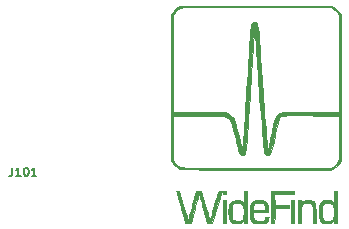
<source format=gto>
G04 #@! TF.GenerationSoftware,KiCad,Pcbnew,(5.0.0-rc2-153-gb37969f58)*
G04 #@! TF.CreationDate,2018-07-10T17:16:08+02:00*
G04 #@! TF.ProjectId,wb001,77623030312E6B696361645F70636200,rev?*
G04 #@! TF.SameCoordinates,Original*
G04 #@! TF.FileFunction,Legend,Top*
G04 #@! TF.FilePolarity,Positive*
%FSLAX46Y46*%
G04 Gerber Fmt 4.6, Leading zero omitted, Abs format (unit mm)*
G04 Created by KiCad (PCBNEW (5.0.0-rc2-153-gb37969f58)) date Tue Jul 10 17:16:08 2018*
%MOMM*%
%LPD*%
G01*
G04 APERTURE LIST*
%ADD10C,0.010000*%
%ADD11C,0.150000*%
G04 APERTURE END LIST*
D10*
G04 #@! TO.C,G\002A\002A\002A*
G36*
X183809187Y-52498369D02*
X184031074Y-52638518D01*
X184206898Y-52819972D01*
X184339458Y-53041939D01*
X184423125Y-53220375D01*
X184423125Y-65444125D01*
X184334405Y-65624787D01*
X184216724Y-65806658D01*
X184055072Y-65976796D01*
X183868690Y-66117413D01*
X183716581Y-66195945D01*
X183534125Y-66269625D01*
X177342875Y-66273912D01*
X176718256Y-66274224D01*
X176109341Y-66274290D01*
X175519278Y-66274121D01*
X174951216Y-66273727D01*
X174408305Y-66273117D01*
X173893692Y-66272300D01*
X173410528Y-66271286D01*
X172961960Y-66270086D01*
X172551139Y-66268708D01*
X172181211Y-66267162D01*
X171855328Y-66265458D01*
X171576637Y-66263605D01*
X171348288Y-66261613D01*
X171173429Y-66259493D01*
X171055210Y-66257252D01*
X170996779Y-66254902D01*
X170992875Y-66254471D01*
X170744706Y-66186459D01*
X170515683Y-66064041D01*
X170317273Y-65895776D01*
X170160943Y-65690228D01*
X170111238Y-65596231D01*
X170040375Y-65444125D01*
X170040375Y-61713500D01*
X170183250Y-61713500D01*
X170183947Y-63547062D01*
X170184174Y-63935284D01*
X170184647Y-64265202D01*
X170185532Y-64542012D01*
X170186996Y-64770910D01*
X170189204Y-64957092D01*
X170192322Y-65105755D01*
X170196516Y-65222093D01*
X170201953Y-65311304D01*
X170208798Y-65378582D01*
X170217218Y-65429125D01*
X170227378Y-65468128D01*
X170239445Y-65500787D01*
X170246927Y-65517868D01*
X170300891Y-65624950D01*
X170359458Y-65724484D01*
X170375339Y-65747982D01*
X170473555Y-65852159D01*
X170610033Y-65954280D01*
X170761030Y-66038583D01*
X170881605Y-66084067D01*
X170912922Y-66088880D01*
X170971281Y-66093282D01*
X171058834Y-66097284D01*
X171177731Y-66100897D01*
X171330124Y-66104133D01*
X171518164Y-66107002D01*
X171744002Y-66109515D01*
X172009790Y-66111683D01*
X172317679Y-66113518D01*
X172669820Y-66115030D01*
X173068364Y-66116230D01*
X173515462Y-66117129D01*
X174013266Y-66117739D01*
X174563928Y-66118070D01*
X175169597Y-66118133D01*
X175832426Y-66117940D01*
X176554565Y-66117501D01*
X177295250Y-66116868D01*
X183565875Y-66110875D01*
X183708750Y-66040265D01*
X183914659Y-65913990D01*
X184071487Y-65759113D01*
X184182750Y-65581471D01*
X184280249Y-65386357D01*
X184280250Y-63553737D01*
X184280250Y-61721116D01*
X182319687Y-61697317D01*
X181833191Y-61691665D01*
X181405981Y-61687347D01*
X181033854Y-61684471D01*
X180712608Y-61683148D01*
X180438040Y-61683484D01*
X180205948Y-61685590D01*
X180012130Y-61689574D01*
X179852382Y-61695546D01*
X179722503Y-61703613D01*
X179618291Y-61713885D01*
X179535542Y-61726471D01*
X179470054Y-61741479D01*
X179417625Y-61759019D01*
X179385480Y-61773337D01*
X179289491Y-61831400D01*
X179210928Y-61896846D01*
X179191232Y-61919803D01*
X179152439Y-61997951D01*
X179105842Y-62133486D01*
X179052828Y-62320965D01*
X178994786Y-62554943D01*
X178933103Y-62829977D01*
X178869167Y-63140623D01*
X178835026Y-63316875D01*
X178795540Y-63524896D01*
X178756558Y-63730181D01*
X178721006Y-63917327D01*
X178691810Y-64070933D01*
X178673807Y-64165560D01*
X178607009Y-64464703D01*
X178531906Y-64705230D01*
X178449025Y-64885957D01*
X178358893Y-65005698D01*
X178275871Y-65059036D01*
X178165893Y-65066863D01*
X178061668Y-65016220D01*
X177971435Y-64912086D01*
X177941191Y-64856750D01*
X177927673Y-64824630D01*
X177914991Y-64784085D01*
X177902683Y-64730586D01*
X177890292Y-64659609D01*
X177877356Y-64566625D01*
X177863416Y-64447108D01*
X177848012Y-64296532D01*
X177830685Y-64110370D01*
X177810974Y-63884096D01*
X177788420Y-63613182D01*
X177762563Y-63293102D01*
X177732942Y-62919330D01*
X177699099Y-62487338D01*
X177694460Y-62427875D01*
X177631775Y-61621720D01*
X177574242Y-60876575D01*
X177521695Y-60190174D01*
X177473966Y-59560250D01*
X177430892Y-58984534D01*
X177392305Y-58460762D01*
X177358041Y-57986666D01*
X177327932Y-57559978D01*
X177301814Y-57178433D01*
X177279521Y-56839763D01*
X177260887Y-56541702D01*
X177248554Y-56331875D01*
X177222655Y-55886968D01*
X177199063Y-55504640D01*
X177177710Y-55184013D01*
X177158530Y-54924208D01*
X177141455Y-54724349D01*
X177126417Y-54583557D01*
X177113349Y-54500956D01*
X177106467Y-54479035D01*
X177096565Y-54472344D01*
X177086363Y-54489809D01*
X177075604Y-54534578D01*
X177064031Y-54609799D01*
X177051386Y-54718619D01*
X177037411Y-54864187D01*
X177021850Y-55049650D01*
X177004444Y-55278156D01*
X176984936Y-55552853D01*
X176963069Y-55876889D01*
X176938585Y-56253411D01*
X176911227Y-56685568D01*
X176880737Y-57176508D01*
X176865326Y-57427250D01*
X176840533Y-57829367D01*
X176812506Y-58279853D01*
X176782193Y-58763714D01*
X176750540Y-59265959D01*
X176718496Y-59771593D01*
X176687009Y-60265622D01*
X176657026Y-60733055D01*
X176629495Y-61158898D01*
X176627498Y-61189625D01*
X176591221Y-61745648D01*
X176558459Y-62241949D01*
X176528796Y-62682185D01*
X176501814Y-63070012D01*
X176477097Y-63409085D01*
X176454229Y-63703062D01*
X176432795Y-63955598D01*
X176412376Y-64170350D01*
X176392557Y-64350974D01*
X176372921Y-64501127D01*
X176353052Y-64624464D01*
X176332534Y-64724642D01*
X176310950Y-64805318D01*
X176287884Y-64870147D01*
X176262919Y-64922786D01*
X176235639Y-64966891D01*
X176205627Y-65006119D01*
X176190874Y-65023437D01*
X176109184Y-65074951D01*
X176012128Y-65077360D01*
X175919225Y-65034621D01*
X175852068Y-64954791D01*
X175828169Y-64892699D01*
X175791646Y-64777106D01*
X175744699Y-64616260D01*
X175689526Y-64418406D01*
X175628327Y-64191790D01*
X175563300Y-63944660D01*
X175496643Y-63685260D01*
X175430557Y-63421836D01*
X175367238Y-63162636D01*
X175312144Y-62929931D01*
X175265672Y-62734335D01*
X175220817Y-62553372D01*
X175180620Y-62398725D01*
X175148123Y-62282075D01*
X175126366Y-62215104D01*
X175125605Y-62213247D01*
X175030393Y-62053662D01*
X174891953Y-61908833D01*
X174730305Y-61799133D01*
X174707856Y-61788154D01*
X174548875Y-61714120D01*
X172366062Y-61713810D01*
X170183250Y-61713500D01*
X170040375Y-61713500D01*
X170040375Y-61393954D01*
X170182315Y-61393954D01*
X172413220Y-61402914D01*
X174644125Y-61411875D01*
X174822560Y-61495541D01*
X175037446Y-61623803D01*
X175219358Y-61787281D01*
X175339069Y-61948423D01*
X175372289Y-62010634D01*
X175404678Y-62084898D01*
X175438350Y-62178444D01*
X175475417Y-62298502D01*
X175517995Y-62452302D01*
X175568195Y-62647076D01*
X175628131Y-62890052D01*
X175692672Y-63158125D01*
X175778772Y-63514960D01*
X175852261Y-63811876D01*
X175913751Y-64051063D01*
X175963850Y-64234708D01*
X176003170Y-64365001D01*
X176032321Y-64444132D01*
X176051914Y-64474289D01*
X176058743Y-64470967D01*
X176068493Y-64434166D01*
X176080346Y-64354496D01*
X176094393Y-64230664D01*
X176110724Y-64061377D01*
X176129429Y-63845339D01*
X176150600Y-63581259D01*
X176174327Y-63267841D01*
X176200701Y-62903792D01*
X176229812Y-62487818D01*
X176261752Y-62018626D01*
X176296611Y-61494922D01*
X176334480Y-60915411D01*
X176375450Y-60278801D01*
X176419611Y-59583798D01*
X176467053Y-58829107D01*
X176517869Y-58013436D01*
X176564927Y-57252625D01*
X176601421Y-56674935D01*
X176636530Y-56147489D01*
X176670126Y-55671776D01*
X176702083Y-55249285D01*
X176732273Y-54881506D01*
X176760568Y-54569927D01*
X176786841Y-54316039D01*
X176810966Y-54121331D01*
X176832813Y-53987293D01*
X176849816Y-53921330D01*
X176907230Y-53835339D01*
X176994022Y-53769722D01*
X177082506Y-53744250D01*
X177142043Y-53765597D01*
X177214721Y-53818393D01*
X177230179Y-53833044D01*
X177276158Y-53891076D01*
X177316879Y-53970648D01*
X177353043Y-54076495D01*
X177385351Y-54213354D01*
X177414502Y-54385961D01*
X177441198Y-54599050D01*
X177466138Y-54857360D01*
X177490023Y-55165625D01*
X177513554Y-55528581D01*
X177534003Y-55887375D01*
X177551560Y-56192782D01*
X177574146Y-56556174D01*
X177601371Y-56972267D01*
X177632846Y-57435777D01*
X177668181Y-57941421D01*
X177706987Y-58483914D01*
X177748873Y-59057973D01*
X177793451Y-59658314D01*
X177840330Y-60279653D01*
X177889121Y-60916706D01*
X177939434Y-61564191D01*
X177990879Y-62216822D01*
X178043067Y-62869317D01*
X178095609Y-63516391D01*
X178105669Y-63639141D01*
X178125366Y-63880404D01*
X178143255Y-64102072D01*
X178158696Y-64295994D01*
X178171047Y-64454021D01*
X178179667Y-64568001D01*
X178183914Y-64629783D01*
X178184250Y-64637678D01*
X178192046Y-64671014D01*
X178212727Y-64651682D01*
X178242228Y-64588214D01*
X178276487Y-64489138D01*
X178307321Y-64379349D01*
X178334837Y-64260942D01*
X178368875Y-64098578D01*
X178405688Y-63910965D01*
X178441531Y-63716810D01*
X178452677Y-63653518D01*
X178495539Y-63416902D01*
X178544218Y-63165173D01*
X178596188Y-62909973D01*
X178648924Y-62662947D01*
X178699900Y-62435739D01*
X178746590Y-62239994D01*
X178786468Y-62087354D01*
X178808076Y-62015125D01*
X178896535Y-61816484D01*
X179016903Y-61651192D01*
X179125618Y-61555958D01*
X179168608Y-61526965D01*
X179210234Y-61501707D01*
X179254967Y-61479924D01*
X179307278Y-61461360D01*
X179371636Y-61445758D01*
X179452513Y-61432860D01*
X179554378Y-61422410D01*
X179681702Y-61414148D01*
X179838955Y-61407819D01*
X180030609Y-61403164D01*
X180261132Y-61399927D01*
X180534996Y-61397850D01*
X180856672Y-61396676D01*
X181230629Y-61396146D01*
X181661337Y-61396005D01*
X181904046Y-61396000D01*
X184280250Y-61396000D01*
X184280250Y-57353530D01*
X184280337Y-56750002D01*
X184280480Y-56206636D01*
X184280499Y-55720095D01*
X184280213Y-55287043D01*
X184279443Y-54904141D01*
X184278008Y-54568053D01*
X184275728Y-54275442D01*
X184272424Y-54022970D01*
X184267915Y-53807301D01*
X184262021Y-53625097D01*
X184254563Y-53473021D01*
X184245360Y-53347735D01*
X184234233Y-53245904D01*
X184221001Y-53164189D01*
X184205484Y-53099254D01*
X184187502Y-53047760D01*
X184166876Y-53006372D01*
X184143425Y-52971752D01*
X184116969Y-52940563D01*
X184087328Y-52909468D01*
X184054323Y-52875129D01*
X184037698Y-52857033D01*
X183914554Y-52742319D01*
X183771968Y-52641907D01*
X183715182Y-52610786D01*
X183534125Y-52521875D01*
X177247625Y-52521875D01*
X176504557Y-52521887D01*
X175822320Y-52521943D01*
X175198241Y-52522065D01*
X174629650Y-52522281D01*
X174113877Y-52522615D01*
X173648251Y-52523092D01*
X173230101Y-52523738D01*
X172856757Y-52524577D01*
X172525548Y-52525636D01*
X172233804Y-52526939D01*
X171978854Y-52528511D01*
X171758027Y-52530378D01*
X171568653Y-52532565D01*
X171408061Y-52535097D01*
X171273581Y-52537999D01*
X171162542Y-52541297D01*
X171072273Y-52545016D01*
X171000104Y-52549181D01*
X170943365Y-52553817D01*
X170899384Y-52558950D01*
X170865490Y-52564604D01*
X170839015Y-52570806D01*
X170817286Y-52577580D01*
X170803269Y-52582753D01*
X170654389Y-52662567D01*
X170501246Y-52781668D01*
X170365012Y-52921159D01*
X170267557Y-53060843D01*
X170199125Y-53188625D01*
X170190720Y-57291289D01*
X170182315Y-61393954D01*
X170040375Y-61393954D01*
X170040375Y-53220375D01*
X170124041Y-53041939D01*
X170260191Y-52815291D01*
X170437979Y-52633065D01*
X170635105Y-52502796D01*
X170834125Y-52394875D01*
X183598957Y-52394875D01*
X183809187Y-52498369D01*
X183809187Y-52498369D01*
G37*
X183809187Y-52498369D02*
X184031074Y-52638518D01*
X184206898Y-52819972D01*
X184339458Y-53041939D01*
X184423125Y-53220375D01*
X184423125Y-65444125D01*
X184334405Y-65624787D01*
X184216724Y-65806658D01*
X184055072Y-65976796D01*
X183868690Y-66117413D01*
X183716581Y-66195945D01*
X183534125Y-66269625D01*
X177342875Y-66273912D01*
X176718256Y-66274224D01*
X176109341Y-66274290D01*
X175519278Y-66274121D01*
X174951216Y-66273727D01*
X174408305Y-66273117D01*
X173893692Y-66272300D01*
X173410528Y-66271286D01*
X172961960Y-66270086D01*
X172551139Y-66268708D01*
X172181211Y-66267162D01*
X171855328Y-66265458D01*
X171576637Y-66263605D01*
X171348288Y-66261613D01*
X171173429Y-66259493D01*
X171055210Y-66257252D01*
X170996779Y-66254902D01*
X170992875Y-66254471D01*
X170744706Y-66186459D01*
X170515683Y-66064041D01*
X170317273Y-65895776D01*
X170160943Y-65690228D01*
X170111238Y-65596231D01*
X170040375Y-65444125D01*
X170040375Y-61713500D01*
X170183250Y-61713500D01*
X170183947Y-63547062D01*
X170184174Y-63935284D01*
X170184647Y-64265202D01*
X170185532Y-64542012D01*
X170186996Y-64770910D01*
X170189204Y-64957092D01*
X170192322Y-65105755D01*
X170196516Y-65222093D01*
X170201953Y-65311304D01*
X170208798Y-65378582D01*
X170217218Y-65429125D01*
X170227378Y-65468128D01*
X170239445Y-65500787D01*
X170246927Y-65517868D01*
X170300891Y-65624950D01*
X170359458Y-65724484D01*
X170375339Y-65747982D01*
X170473555Y-65852159D01*
X170610033Y-65954280D01*
X170761030Y-66038583D01*
X170881605Y-66084067D01*
X170912922Y-66088880D01*
X170971281Y-66093282D01*
X171058834Y-66097284D01*
X171177731Y-66100897D01*
X171330124Y-66104133D01*
X171518164Y-66107002D01*
X171744002Y-66109515D01*
X172009790Y-66111683D01*
X172317679Y-66113518D01*
X172669820Y-66115030D01*
X173068364Y-66116230D01*
X173515462Y-66117129D01*
X174013266Y-66117739D01*
X174563928Y-66118070D01*
X175169597Y-66118133D01*
X175832426Y-66117940D01*
X176554565Y-66117501D01*
X177295250Y-66116868D01*
X183565875Y-66110875D01*
X183708750Y-66040265D01*
X183914659Y-65913990D01*
X184071487Y-65759113D01*
X184182750Y-65581471D01*
X184280249Y-65386357D01*
X184280250Y-63553737D01*
X184280250Y-61721116D01*
X182319687Y-61697317D01*
X181833191Y-61691665D01*
X181405981Y-61687347D01*
X181033854Y-61684471D01*
X180712608Y-61683148D01*
X180438040Y-61683484D01*
X180205948Y-61685590D01*
X180012130Y-61689574D01*
X179852382Y-61695546D01*
X179722503Y-61703613D01*
X179618291Y-61713885D01*
X179535542Y-61726471D01*
X179470054Y-61741479D01*
X179417625Y-61759019D01*
X179385480Y-61773337D01*
X179289491Y-61831400D01*
X179210928Y-61896846D01*
X179191232Y-61919803D01*
X179152439Y-61997951D01*
X179105842Y-62133486D01*
X179052828Y-62320965D01*
X178994786Y-62554943D01*
X178933103Y-62829977D01*
X178869167Y-63140623D01*
X178835026Y-63316875D01*
X178795540Y-63524896D01*
X178756558Y-63730181D01*
X178721006Y-63917327D01*
X178691810Y-64070933D01*
X178673807Y-64165560D01*
X178607009Y-64464703D01*
X178531906Y-64705230D01*
X178449025Y-64885957D01*
X178358893Y-65005698D01*
X178275871Y-65059036D01*
X178165893Y-65066863D01*
X178061668Y-65016220D01*
X177971435Y-64912086D01*
X177941191Y-64856750D01*
X177927673Y-64824630D01*
X177914991Y-64784085D01*
X177902683Y-64730586D01*
X177890292Y-64659609D01*
X177877356Y-64566625D01*
X177863416Y-64447108D01*
X177848012Y-64296532D01*
X177830685Y-64110370D01*
X177810974Y-63884096D01*
X177788420Y-63613182D01*
X177762563Y-63293102D01*
X177732942Y-62919330D01*
X177699099Y-62487338D01*
X177694460Y-62427875D01*
X177631775Y-61621720D01*
X177574242Y-60876575D01*
X177521695Y-60190174D01*
X177473966Y-59560250D01*
X177430892Y-58984534D01*
X177392305Y-58460762D01*
X177358041Y-57986666D01*
X177327932Y-57559978D01*
X177301814Y-57178433D01*
X177279521Y-56839763D01*
X177260887Y-56541702D01*
X177248554Y-56331875D01*
X177222655Y-55886968D01*
X177199063Y-55504640D01*
X177177710Y-55184013D01*
X177158530Y-54924208D01*
X177141455Y-54724349D01*
X177126417Y-54583557D01*
X177113349Y-54500956D01*
X177106467Y-54479035D01*
X177096565Y-54472344D01*
X177086363Y-54489809D01*
X177075604Y-54534578D01*
X177064031Y-54609799D01*
X177051386Y-54718619D01*
X177037411Y-54864187D01*
X177021850Y-55049650D01*
X177004444Y-55278156D01*
X176984936Y-55552853D01*
X176963069Y-55876889D01*
X176938585Y-56253411D01*
X176911227Y-56685568D01*
X176880737Y-57176508D01*
X176865326Y-57427250D01*
X176840533Y-57829367D01*
X176812506Y-58279853D01*
X176782193Y-58763714D01*
X176750540Y-59265959D01*
X176718496Y-59771593D01*
X176687009Y-60265622D01*
X176657026Y-60733055D01*
X176629495Y-61158898D01*
X176627498Y-61189625D01*
X176591221Y-61745648D01*
X176558459Y-62241949D01*
X176528796Y-62682185D01*
X176501814Y-63070012D01*
X176477097Y-63409085D01*
X176454229Y-63703062D01*
X176432795Y-63955598D01*
X176412376Y-64170350D01*
X176392557Y-64350974D01*
X176372921Y-64501127D01*
X176353052Y-64624464D01*
X176332534Y-64724642D01*
X176310950Y-64805318D01*
X176287884Y-64870147D01*
X176262919Y-64922786D01*
X176235639Y-64966891D01*
X176205627Y-65006119D01*
X176190874Y-65023437D01*
X176109184Y-65074951D01*
X176012128Y-65077360D01*
X175919225Y-65034621D01*
X175852068Y-64954791D01*
X175828169Y-64892699D01*
X175791646Y-64777106D01*
X175744699Y-64616260D01*
X175689526Y-64418406D01*
X175628327Y-64191790D01*
X175563300Y-63944660D01*
X175496643Y-63685260D01*
X175430557Y-63421836D01*
X175367238Y-63162636D01*
X175312144Y-62929931D01*
X175265672Y-62734335D01*
X175220817Y-62553372D01*
X175180620Y-62398725D01*
X175148123Y-62282075D01*
X175126366Y-62215104D01*
X175125605Y-62213247D01*
X175030393Y-62053662D01*
X174891953Y-61908833D01*
X174730305Y-61799133D01*
X174707856Y-61788154D01*
X174548875Y-61714120D01*
X172366062Y-61713810D01*
X170183250Y-61713500D01*
X170040375Y-61713500D01*
X170040375Y-61393954D01*
X170182315Y-61393954D01*
X172413220Y-61402914D01*
X174644125Y-61411875D01*
X174822560Y-61495541D01*
X175037446Y-61623803D01*
X175219358Y-61787281D01*
X175339069Y-61948423D01*
X175372289Y-62010634D01*
X175404678Y-62084898D01*
X175438350Y-62178444D01*
X175475417Y-62298502D01*
X175517995Y-62452302D01*
X175568195Y-62647076D01*
X175628131Y-62890052D01*
X175692672Y-63158125D01*
X175778772Y-63514960D01*
X175852261Y-63811876D01*
X175913751Y-64051063D01*
X175963850Y-64234708D01*
X176003170Y-64365001D01*
X176032321Y-64444132D01*
X176051914Y-64474289D01*
X176058743Y-64470967D01*
X176068493Y-64434166D01*
X176080346Y-64354496D01*
X176094393Y-64230664D01*
X176110724Y-64061377D01*
X176129429Y-63845339D01*
X176150600Y-63581259D01*
X176174327Y-63267841D01*
X176200701Y-62903792D01*
X176229812Y-62487818D01*
X176261752Y-62018626D01*
X176296611Y-61494922D01*
X176334480Y-60915411D01*
X176375450Y-60278801D01*
X176419611Y-59583798D01*
X176467053Y-58829107D01*
X176517869Y-58013436D01*
X176564927Y-57252625D01*
X176601421Y-56674935D01*
X176636530Y-56147489D01*
X176670126Y-55671776D01*
X176702083Y-55249285D01*
X176732273Y-54881506D01*
X176760568Y-54569927D01*
X176786841Y-54316039D01*
X176810966Y-54121331D01*
X176832813Y-53987293D01*
X176849816Y-53921330D01*
X176907230Y-53835339D01*
X176994022Y-53769722D01*
X177082506Y-53744250D01*
X177142043Y-53765597D01*
X177214721Y-53818393D01*
X177230179Y-53833044D01*
X177276158Y-53891076D01*
X177316879Y-53970648D01*
X177353043Y-54076495D01*
X177385351Y-54213354D01*
X177414502Y-54385961D01*
X177441198Y-54599050D01*
X177466138Y-54857360D01*
X177490023Y-55165625D01*
X177513554Y-55528581D01*
X177534003Y-55887375D01*
X177551560Y-56192782D01*
X177574146Y-56556174D01*
X177601371Y-56972267D01*
X177632846Y-57435777D01*
X177668181Y-57941421D01*
X177706987Y-58483914D01*
X177748873Y-59057973D01*
X177793451Y-59658314D01*
X177840330Y-60279653D01*
X177889121Y-60916706D01*
X177939434Y-61564191D01*
X177990879Y-62216822D01*
X178043067Y-62869317D01*
X178095609Y-63516391D01*
X178105669Y-63639141D01*
X178125366Y-63880404D01*
X178143255Y-64102072D01*
X178158696Y-64295994D01*
X178171047Y-64454021D01*
X178179667Y-64568001D01*
X178183914Y-64629783D01*
X178184250Y-64637678D01*
X178192046Y-64671014D01*
X178212727Y-64651682D01*
X178242228Y-64588214D01*
X178276487Y-64489138D01*
X178307321Y-64379349D01*
X178334837Y-64260942D01*
X178368875Y-64098578D01*
X178405688Y-63910965D01*
X178441531Y-63716810D01*
X178452677Y-63653518D01*
X178495539Y-63416902D01*
X178544218Y-63165173D01*
X178596188Y-62909973D01*
X178648924Y-62662947D01*
X178699900Y-62435739D01*
X178746590Y-62239994D01*
X178786468Y-62087354D01*
X178808076Y-62015125D01*
X178896535Y-61816484D01*
X179016903Y-61651192D01*
X179125618Y-61555958D01*
X179168608Y-61526965D01*
X179210234Y-61501707D01*
X179254967Y-61479924D01*
X179307278Y-61461360D01*
X179371636Y-61445758D01*
X179452513Y-61432860D01*
X179554378Y-61422410D01*
X179681702Y-61414148D01*
X179838955Y-61407819D01*
X180030609Y-61403164D01*
X180261132Y-61399927D01*
X180534996Y-61397850D01*
X180856672Y-61396676D01*
X181230629Y-61396146D01*
X181661337Y-61396005D01*
X181904046Y-61396000D01*
X184280250Y-61396000D01*
X184280250Y-57353530D01*
X184280337Y-56750002D01*
X184280480Y-56206636D01*
X184280499Y-55720095D01*
X184280213Y-55287043D01*
X184279443Y-54904141D01*
X184278008Y-54568053D01*
X184275728Y-54275442D01*
X184272424Y-54022970D01*
X184267915Y-53807301D01*
X184262021Y-53625097D01*
X184254563Y-53473021D01*
X184245360Y-53347735D01*
X184234233Y-53245904D01*
X184221001Y-53164189D01*
X184205484Y-53099254D01*
X184187502Y-53047760D01*
X184166876Y-53006372D01*
X184143425Y-52971752D01*
X184116969Y-52940563D01*
X184087328Y-52909468D01*
X184054323Y-52875129D01*
X184037698Y-52857033D01*
X183914554Y-52742319D01*
X183771968Y-52641907D01*
X183715182Y-52610786D01*
X183534125Y-52521875D01*
X177247625Y-52521875D01*
X176504557Y-52521887D01*
X175822320Y-52521943D01*
X175198241Y-52522065D01*
X174629650Y-52522281D01*
X174113877Y-52522615D01*
X173648251Y-52523092D01*
X173230101Y-52523738D01*
X172856757Y-52524577D01*
X172525548Y-52525636D01*
X172233804Y-52526939D01*
X171978854Y-52528511D01*
X171758027Y-52530378D01*
X171568653Y-52532565D01*
X171408061Y-52535097D01*
X171273581Y-52537999D01*
X171162542Y-52541297D01*
X171072273Y-52545016D01*
X171000104Y-52549181D01*
X170943365Y-52553817D01*
X170899384Y-52558950D01*
X170865490Y-52564604D01*
X170839015Y-52570806D01*
X170817286Y-52577580D01*
X170803269Y-52582753D01*
X170654389Y-52662567D01*
X170501246Y-52781668D01*
X170365012Y-52921159D01*
X170267557Y-53060843D01*
X170199125Y-53188625D01*
X170190720Y-57291289D01*
X170182315Y-61393954D01*
X170040375Y-61393954D01*
X170040375Y-53220375D01*
X170124041Y-53041939D01*
X170260191Y-52815291D01*
X170437979Y-52633065D01*
X170635105Y-52502796D01*
X170834125Y-52394875D01*
X183598957Y-52394875D01*
X183809187Y-52498369D01*
G36*
X180470250Y-68349250D02*
X180216250Y-68349250D01*
X180216250Y-68063500D01*
X180470250Y-68063500D01*
X180470250Y-68349250D01*
X180470250Y-68349250D01*
G37*
X180470250Y-68349250D02*
X180216250Y-68349250D01*
X180216250Y-68063500D01*
X180470250Y-68063500D01*
X180470250Y-68349250D01*
G36*
X174660000Y-68349250D02*
X174406000Y-68349250D01*
X174406000Y-68063500D01*
X174660000Y-68063500D01*
X174660000Y-68349250D01*
X174660000Y-68349250D01*
G37*
X174660000Y-68349250D02*
X174406000Y-68349250D01*
X174406000Y-68063500D01*
X174660000Y-68063500D01*
X174660000Y-68349250D01*
G36*
X181833025Y-68884034D02*
X181985658Y-68914379D01*
X182096871Y-68969837D01*
X182176513Y-69054349D01*
X182206109Y-69105765D01*
X182224400Y-69149147D01*
X182238742Y-69202552D01*
X182249757Y-69274314D01*
X182258064Y-69372768D01*
X182264284Y-69506249D01*
X182269037Y-69683089D01*
X182272943Y-69911623D01*
X182274469Y-70024062D01*
X182284813Y-70825750D01*
X182026000Y-70825750D01*
X182026000Y-70094480D01*
X182025097Y-69827817D01*
X182021355Y-69617312D01*
X182013226Y-69455634D01*
X181999160Y-69335455D01*
X181977607Y-69249444D01*
X181947019Y-69190271D01*
X181905847Y-69150608D01*
X181852540Y-69123125D01*
X181818068Y-69110736D01*
X181693879Y-69087691D01*
X181547497Y-69086467D01*
X181402678Y-69104794D01*
X181283176Y-69140403D01*
X181237288Y-69166204D01*
X181172264Y-69216473D01*
X181122117Y-69263949D01*
X181084782Y-69317479D01*
X181058195Y-69385909D01*
X181040292Y-69478086D01*
X181029010Y-69602855D01*
X181022284Y-69769065D01*
X181018051Y-69985560D01*
X181016249Y-70113613D01*
X181006623Y-70825750D01*
X180756000Y-70825750D01*
X180756000Y-68889000D01*
X181015581Y-68889000D01*
X180994125Y-69016000D01*
X180984677Y-69106284D01*
X180998439Y-69137876D01*
X181037723Y-69112044D01*
X181079671Y-69062990D01*
X181164141Y-68976730D01*
X181265460Y-68919863D01*
X181397458Y-68887656D01*
X181573962Y-68875374D01*
X181629125Y-68874860D01*
X181833025Y-68884034D01*
X181833025Y-68884034D01*
G37*
X181833025Y-68884034D02*
X181985658Y-68914379D01*
X182096871Y-68969837D01*
X182176513Y-69054349D01*
X182206109Y-69105765D01*
X182224400Y-69149147D01*
X182238742Y-69202552D01*
X182249757Y-69274314D01*
X182258064Y-69372768D01*
X182264284Y-69506249D01*
X182269037Y-69683089D01*
X182272943Y-69911623D01*
X182274469Y-70024062D01*
X182284813Y-70825750D01*
X182026000Y-70825750D01*
X182026000Y-70094480D01*
X182025097Y-69827817D01*
X182021355Y-69617312D01*
X182013226Y-69455634D01*
X181999160Y-69335455D01*
X181977607Y-69249444D01*
X181947019Y-69190271D01*
X181905847Y-69150608D01*
X181852540Y-69123125D01*
X181818068Y-69110736D01*
X181693879Y-69087691D01*
X181547497Y-69086467D01*
X181402678Y-69104794D01*
X181283176Y-69140403D01*
X181237288Y-69166204D01*
X181172264Y-69216473D01*
X181122117Y-69263949D01*
X181084782Y-69317479D01*
X181058195Y-69385909D01*
X181040292Y-69478086D01*
X181029010Y-69602855D01*
X181022284Y-69769065D01*
X181018051Y-69985560D01*
X181016249Y-70113613D01*
X181006623Y-70825750D01*
X180756000Y-70825750D01*
X180756000Y-68889000D01*
X181015581Y-68889000D01*
X180994125Y-69016000D01*
X180984677Y-69106284D01*
X180998439Y-69137876D01*
X181037723Y-69112044D01*
X181079671Y-69062990D01*
X181164141Y-68976730D01*
X181265460Y-68919863D01*
X181397458Y-68887656D01*
X181573962Y-68875374D01*
X181629125Y-68874860D01*
X181833025Y-68884034D01*
G36*
X180470250Y-70825750D02*
X180216250Y-70825750D01*
X180216250Y-68889000D01*
X180470250Y-68889000D01*
X180470250Y-70825750D01*
X180470250Y-70825750D01*
G37*
X180470250Y-70825750D02*
X180216250Y-70825750D01*
X180216250Y-68889000D01*
X180470250Y-68889000D01*
X180470250Y-70825750D01*
G36*
X180114979Y-68182562D02*
X180105125Y-68301625D01*
X178785853Y-68318793D01*
X178803375Y-69285875D01*
X179430437Y-69294483D01*
X180057500Y-69303092D01*
X180057500Y-69522657D01*
X179430437Y-69531266D01*
X178803375Y-69539875D01*
X178794780Y-70182812D01*
X178786185Y-70825750D01*
X178533500Y-70825750D01*
X178533500Y-68063500D01*
X180124833Y-68063500D01*
X180114979Y-68182562D01*
X180114979Y-68182562D01*
G37*
X180114979Y-68182562D02*
X180105125Y-68301625D01*
X178785853Y-68318793D01*
X178803375Y-69285875D01*
X179430437Y-69294483D01*
X180057500Y-69303092D01*
X180057500Y-69522657D01*
X179430437Y-69531266D01*
X178803375Y-69539875D01*
X178794780Y-70182812D01*
X178786185Y-70825750D01*
X178533500Y-70825750D01*
X178533500Y-68063500D01*
X180124833Y-68063500D01*
X180114979Y-68182562D01*
G36*
X174660000Y-70825750D02*
X174406000Y-70825750D01*
X174406000Y-68889000D01*
X174660000Y-68889000D01*
X174660000Y-70825750D01*
X174660000Y-70825750D01*
G37*
X174660000Y-70825750D02*
X174406000Y-70825750D01*
X174406000Y-68889000D01*
X174660000Y-68889000D01*
X174660000Y-70825750D01*
G36*
X171085462Y-69277937D02*
X171161385Y-69545981D01*
X171232764Y-69795878D01*
X171297602Y-70020790D01*
X171353903Y-70213884D01*
X171399669Y-70368322D01*
X171432903Y-70477268D01*
X171451608Y-70533886D01*
X171454035Y-70539551D01*
X171475707Y-70558685D01*
X171495318Y-70522623D01*
X171503810Y-70491926D01*
X171517552Y-70440511D01*
X171546342Y-70335334D01*
X171588133Y-70183792D01*
X171640877Y-69993277D01*
X171702526Y-69771185D01*
X171771034Y-69524909D01*
X171844352Y-69261846D01*
X171850935Y-69238250D01*
X172174281Y-68079375D01*
X172608759Y-68079375D01*
X172933437Y-69250170D01*
X173006864Y-69515150D01*
X173075564Y-69763458D01*
X173137537Y-69987833D01*
X173190781Y-70181015D01*
X173233297Y-70335745D01*
X173263083Y-70444762D01*
X173278140Y-70500807D01*
X173278917Y-70503846D01*
X173297917Y-70556481D01*
X173317786Y-70551386D01*
X173324899Y-70539551D01*
X173339011Y-70499389D01*
X173368479Y-70405056D01*
X173411258Y-70263447D01*
X173465303Y-70081460D01*
X173528569Y-69865991D01*
X173599010Y-69623938D01*
X173674581Y-69362198D01*
X173691953Y-69301750D01*
X173768196Y-69037574D01*
X173839687Y-68792446D01*
X173904405Y-68573102D01*
X173960330Y-68386284D01*
X174005438Y-68238731D01*
X174037709Y-68137182D01*
X174055121Y-68088375D01*
X174056849Y-68085276D01*
X174100522Y-68071181D01*
X174180949Y-68067899D01*
X174207882Y-68069401D01*
X174335891Y-68079375D01*
X173930052Y-69444625D01*
X173524212Y-70809875D01*
X173306293Y-70818990D01*
X173088375Y-70828105D01*
X172757526Y-69612490D01*
X172684287Y-69344251D01*
X172615625Y-69094422D01*
X172553448Y-68869822D01*
X172499663Y-68677271D01*
X172456180Y-68523587D01*
X172424904Y-68415591D01*
X172407745Y-68360102D01*
X172405685Y-68354813D01*
X172391024Y-68370047D01*
X172363006Y-68437902D01*
X172324638Y-68549645D01*
X172278925Y-68696541D01*
X172230842Y-68862813D01*
X172172881Y-69069868D01*
X172103449Y-69317632D01*
X172028271Y-69585689D01*
X171953073Y-69853621D01*
X171883582Y-70101010D01*
X171880669Y-70111375D01*
X171684347Y-70809875D01*
X171473112Y-70819273D01*
X171346117Y-70820412D01*
X171273328Y-70809095D01*
X171247395Y-70787523D01*
X171233709Y-70743271D01*
X171205215Y-70647123D01*
X171164087Y-70506636D01*
X171112499Y-70329363D01*
X171052626Y-70122859D01*
X170986641Y-69894680D01*
X170916719Y-69652381D01*
X170845035Y-69403515D01*
X170773762Y-69155639D01*
X170705076Y-68916307D01*
X170641150Y-68693074D01*
X170584159Y-68493496D01*
X170536277Y-68325126D01*
X170499679Y-68195520D01*
X170476538Y-68112233D01*
X170469000Y-68082921D01*
X170497325Y-68071128D01*
X170568667Y-68064235D01*
X170605943Y-68063500D01*
X170742886Y-68063500D01*
X171085462Y-69277937D01*
X171085462Y-69277937D01*
G37*
X171085462Y-69277937D02*
X171161385Y-69545981D01*
X171232764Y-69795878D01*
X171297602Y-70020790D01*
X171353903Y-70213884D01*
X171399669Y-70368322D01*
X171432903Y-70477268D01*
X171451608Y-70533886D01*
X171454035Y-70539551D01*
X171475707Y-70558685D01*
X171495318Y-70522623D01*
X171503810Y-70491926D01*
X171517552Y-70440511D01*
X171546342Y-70335334D01*
X171588133Y-70183792D01*
X171640877Y-69993277D01*
X171702526Y-69771185D01*
X171771034Y-69524909D01*
X171844352Y-69261846D01*
X171850935Y-69238250D01*
X172174281Y-68079375D01*
X172608759Y-68079375D01*
X172933437Y-69250170D01*
X173006864Y-69515150D01*
X173075564Y-69763458D01*
X173137537Y-69987833D01*
X173190781Y-70181015D01*
X173233297Y-70335745D01*
X173263083Y-70444762D01*
X173278140Y-70500807D01*
X173278917Y-70503846D01*
X173297917Y-70556481D01*
X173317786Y-70551386D01*
X173324899Y-70539551D01*
X173339011Y-70499389D01*
X173368479Y-70405056D01*
X173411258Y-70263447D01*
X173465303Y-70081460D01*
X173528569Y-69865991D01*
X173599010Y-69623938D01*
X173674581Y-69362198D01*
X173691953Y-69301750D01*
X173768196Y-69037574D01*
X173839687Y-68792446D01*
X173904405Y-68573102D01*
X173960330Y-68386284D01*
X174005438Y-68238731D01*
X174037709Y-68137182D01*
X174055121Y-68088375D01*
X174056849Y-68085276D01*
X174100522Y-68071181D01*
X174180949Y-68067899D01*
X174207882Y-68069401D01*
X174335891Y-68079375D01*
X173930052Y-69444625D01*
X173524212Y-70809875D01*
X173306293Y-70818990D01*
X173088375Y-70828105D01*
X172757526Y-69612490D01*
X172684287Y-69344251D01*
X172615625Y-69094422D01*
X172553448Y-68869822D01*
X172499663Y-68677271D01*
X172456180Y-68523587D01*
X172424904Y-68415591D01*
X172407745Y-68360102D01*
X172405685Y-68354813D01*
X172391024Y-68370047D01*
X172363006Y-68437902D01*
X172324638Y-68549645D01*
X172278925Y-68696541D01*
X172230842Y-68862813D01*
X172172881Y-69069868D01*
X172103449Y-69317632D01*
X172028271Y-69585689D01*
X171953073Y-69853621D01*
X171883582Y-70101010D01*
X171880669Y-70111375D01*
X171684347Y-70809875D01*
X171473112Y-70819273D01*
X171346117Y-70820412D01*
X171273328Y-70809095D01*
X171247395Y-70787523D01*
X171233709Y-70743271D01*
X171205215Y-70647123D01*
X171164087Y-70506636D01*
X171112499Y-70329363D01*
X171052626Y-70122859D01*
X170986641Y-69894680D01*
X170916719Y-69652381D01*
X170845035Y-69403515D01*
X170773762Y-69155639D01*
X170705076Y-68916307D01*
X170641150Y-68693074D01*
X170584159Y-68493496D01*
X170536277Y-68325126D01*
X170499679Y-68195520D01*
X170476538Y-68112233D01*
X170469000Y-68082921D01*
X170497325Y-68071128D01*
X170568667Y-68064235D01*
X170605943Y-68063500D01*
X170742886Y-68063500D01*
X171085462Y-69277937D01*
G36*
X184089750Y-70825750D02*
X183827634Y-70825750D01*
X183847942Y-70698750D01*
X183856576Y-70619762D01*
X183853682Y-70575317D01*
X183849950Y-70571750D01*
X183819701Y-70593710D01*
X183767656Y-70648156D01*
X183753286Y-70664880D01*
X183640646Y-70753484D01*
X183484220Y-70812523D01*
X183298028Y-70838709D01*
X183096090Y-70828759D01*
X183070668Y-70824848D01*
X182887515Y-70775296D01*
X182747081Y-70696774D01*
X182672721Y-70617492D01*
X182614391Y-70488907D01*
X182570662Y-70308511D01*
X182543410Y-70086704D01*
X182534495Y-69851000D01*
X182535405Y-69825625D01*
X182805465Y-69825625D01*
X182810318Y-70065810D01*
X182827644Y-70250992D01*
X182860506Y-70388967D01*
X182911971Y-70487532D01*
X182985103Y-70554483D01*
X183082967Y-70597616D01*
X183112137Y-70605714D01*
X183235218Y-70621494D01*
X183377123Y-70617209D01*
X183513497Y-70595658D01*
X183619988Y-70559639D01*
X183645250Y-70544456D01*
X183710005Y-70489280D01*
X183756826Y-70425214D01*
X183788467Y-70341417D01*
X183807685Y-70227046D01*
X183817235Y-70071256D01*
X183819873Y-69863207D01*
X183819875Y-69857375D01*
X183817473Y-69648924D01*
X183808323Y-69492784D01*
X183789507Y-69377885D01*
X183758107Y-69293151D01*
X183711207Y-69227512D01*
X183645889Y-69169895D01*
X183636970Y-69163213D01*
X183528312Y-69113040D01*
X183384145Y-69086077D01*
X183228577Y-69083669D01*
X183085714Y-69107159D01*
X183026323Y-69129158D01*
X182946054Y-69177084D01*
X182887280Y-69239989D01*
X182846916Y-69327597D01*
X182821880Y-69449630D01*
X182809088Y-69615812D01*
X182805465Y-69825625D01*
X182535405Y-69825625D01*
X182544600Y-69569309D01*
X182577817Y-69342822D01*
X182637074Y-69166534D01*
X182725297Y-69035443D01*
X182845412Y-68944546D01*
X183000347Y-68888840D01*
X183107993Y-68870603D01*
X183300307Y-68865068D01*
X183481699Y-68891057D01*
X183635753Y-68944656D01*
X183746055Y-69021952D01*
X183746999Y-69022958D01*
X183835750Y-69117965D01*
X183835750Y-68063500D01*
X184089750Y-68063500D01*
X184089750Y-70825750D01*
X184089750Y-70825750D01*
G37*
X184089750Y-70825750D02*
X183827634Y-70825750D01*
X183847942Y-70698750D01*
X183856576Y-70619762D01*
X183853682Y-70575317D01*
X183849950Y-70571750D01*
X183819701Y-70593710D01*
X183767656Y-70648156D01*
X183753286Y-70664880D01*
X183640646Y-70753484D01*
X183484220Y-70812523D01*
X183298028Y-70838709D01*
X183096090Y-70828759D01*
X183070668Y-70824848D01*
X182887515Y-70775296D01*
X182747081Y-70696774D01*
X182672721Y-70617492D01*
X182614391Y-70488907D01*
X182570662Y-70308511D01*
X182543410Y-70086704D01*
X182534495Y-69851000D01*
X182535405Y-69825625D01*
X182805465Y-69825625D01*
X182810318Y-70065810D01*
X182827644Y-70250992D01*
X182860506Y-70388967D01*
X182911971Y-70487532D01*
X182985103Y-70554483D01*
X183082967Y-70597616D01*
X183112137Y-70605714D01*
X183235218Y-70621494D01*
X183377123Y-70617209D01*
X183513497Y-70595658D01*
X183619988Y-70559639D01*
X183645250Y-70544456D01*
X183710005Y-70489280D01*
X183756826Y-70425214D01*
X183788467Y-70341417D01*
X183807685Y-70227046D01*
X183817235Y-70071256D01*
X183819873Y-69863207D01*
X183819875Y-69857375D01*
X183817473Y-69648924D01*
X183808323Y-69492784D01*
X183789507Y-69377885D01*
X183758107Y-69293151D01*
X183711207Y-69227512D01*
X183645889Y-69169895D01*
X183636970Y-69163213D01*
X183528312Y-69113040D01*
X183384145Y-69086077D01*
X183228577Y-69083669D01*
X183085714Y-69107159D01*
X183026323Y-69129158D01*
X182946054Y-69177084D01*
X182887280Y-69239989D01*
X182846916Y-69327597D01*
X182821880Y-69449630D01*
X182809088Y-69615812D01*
X182805465Y-69825625D01*
X182535405Y-69825625D01*
X182544600Y-69569309D01*
X182577817Y-69342822D01*
X182637074Y-69166534D01*
X182725297Y-69035443D01*
X182845412Y-68944546D01*
X183000347Y-68888840D01*
X183107993Y-68870603D01*
X183300307Y-68865068D01*
X183481699Y-68891057D01*
X183635753Y-68944656D01*
X183746055Y-69021952D01*
X183746999Y-69022958D01*
X183835750Y-69117965D01*
X183835750Y-68063500D01*
X184089750Y-68063500D01*
X184089750Y-70825750D01*
G36*
X177725691Y-68886284D02*
X177911094Y-68920748D01*
X178047426Y-68979751D01*
X178140151Y-69065174D01*
X178167009Y-69108608D01*
X178198394Y-69196979D01*
X178228460Y-69329274D01*
X178253988Y-69485944D01*
X178271762Y-69647443D01*
X178278519Y-69785937D01*
X178279500Y-69905000D01*
X176936881Y-69905000D01*
X176958007Y-70132308D01*
X176982773Y-70313799D01*
X177024273Y-70444700D01*
X177091689Y-70532746D01*
X177194200Y-70585673D01*
X177340987Y-70611218D01*
X177533375Y-70617156D01*
X177706003Y-70612069D01*
X177826831Y-70594862D01*
X177907200Y-70560130D01*
X177958453Y-70502470D01*
X177991934Y-70416476D01*
X177997315Y-70396116D01*
X178022324Y-70309483D01*
X178052310Y-70268071D01*
X178106432Y-70255205D01*
X178160327Y-70254250D01*
X178287615Y-70254250D01*
X178266774Y-70384582D01*
X178219830Y-70559111D01*
X178138800Y-70683165D01*
X178016427Y-70763823D01*
X177845452Y-70808167D01*
X177830395Y-70810236D01*
X177660541Y-70830201D01*
X177529353Y-70839051D01*
X177413090Y-70837419D01*
X177288015Y-70825937D01*
X177279375Y-70824908D01*
X177116232Y-70798954D01*
X176999107Y-70762320D01*
X176910602Y-70707602D01*
X176843105Y-70639241D01*
X176773783Y-70516187D01*
X176726070Y-70336871D01*
X176699791Y-70100179D01*
X176694769Y-69804996D01*
X176697123Y-69712468D01*
X176698845Y-69682750D01*
X176938683Y-69682750D01*
X178026054Y-69682750D01*
X178005493Y-69500187D01*
X177977763Y-69335806D01*
X177934062Y-69223396D01*
X177868093Y-69152166D01*
X177779386Y-69112905D01*
X177624907Y-69086461D01*
X177451157Y-69081921D01*
X177286052Y-69098551D01*
X177173204Y-69128847D01*
X177086817Y-69174530D01*
X177028616Y-69238584D01*
X176990459Y-69335382D01*
X176964203Y-69479297D01*
X176961107Y-69503274D01*
X176938683Y-69682750D01*
X176698845Y-69682750D01*
X176710520Y-69481356D01*
X176735859Y-69303558D01*
X176777009Y-69169405D01*
X176837836Y-69069224D01*
X176922210Y-68993347D01*
X177003470Y-68946470D01*
X177082338Y-68912086D01*
X177161780Y-68890419D01*
X177259585Y-68878813D01*
X177393541Y-68874612D01*
X177485750Y-68874483D01*
X177725691Y-68886284D01*
X177725691Y-68886284D01*
G37*
X177725691Y-68886284D02*
X177911094Y-68920748D01*
X178047426Y-68979751D01*
X178140151Y-69065174D01*
X178167009Y-69108608D01*
X178198394Y-69196979D01*
X178228460Y-69329274D01*
X178253988Y-69485944D01*
X178271762Y-69647443D01*
X178278519Y-69785937D01*
X178279500Y-69905000D01*
X176936881Y-69905000D01*
X176958007Y-70132308D01*
X176982773Y-70313799D01*
X177024273Y-70444700D01*
X177091689Y-70532746D01*
X177194200Y-70585673D01*
X177340987Y-70611218D01*
X177533375Y-70617156D01*
X177706003Y-70612069D01*
X177826831Y-70594862D01*
X177907200Y-70560130D01*
X177958453Y-70502470D01*
X177991934Y-70416476D01*
X177997315Y-70396116D01*
X178022324Y-70309483D01*
X178052310Y-70268071D01*
X178106432Y-70255205D01*
X178160327Y-70254250D01*
X178287615Y-70254250D01*
X178266774Y-70384582D01*
X178219830Y-70559111D01*
X178138800Y-70683165D01*
X178016427Y-70763823D01*
X177845452Y-70808167D01*
X177830395Y-70810236D01*
X177660541Y-70830201D01*
X177529353Y-70839051D01*
X177413090Y-70837419D01*
X177288015Y-70825937D01*
X177279375Y-70824908D01*
X177116232Y-70798954D01*
X176999107Y-70762320D01*
X176910602Y-70707602D01*
X176843105Y-70639241D01*
X176773783Y-70516187D01*
X176726070Y-70336871D01*
X176699791Y-70100179D01*
X176694769Y-69804996D01*
X176697123Y-69712468D01*
X176698845Y-69682750D01*
X176938683Y-69682750D01*
X178026054Y-69682750D01*
X178005493Y-69500187D01*
X177977763Y-69335806D01*
X177934062Y-69223396D01*
X177868093Y-69152166D01*
X177779386Y-69112905D01*
X177624907Y-69086461D01*
X177451157Y-69081921D01*
X177286052Y-69098551D01*
X177173204Y-69128847D01*
X177086817Y-69174530D01*
X177028616Y-69238584D01*
X176990459Y-69335382D01*
X176964203Y-69479297D01*
X176961107Y-69503274D01*
X176938683Y-69682750D01*
X176698845Y-69682750D01*
X176710520Y-69481356D01*
X176735859Y-69303558D01*
X176777009Y-69169405D01*
X176837836Y-69069224D01*
X176922210Y-68993347D01*
X177003470Y-68946470D01*
X177082338Y-68912086D01*
X177161780Y-68890419D01*
X177259585Y-68878813D01*
X177393541Y-68874612D01*
X177485750Y-68874483D01*
X177725691Y-68886284D01*
G36*
X176438000Y-70825750D02*
X176326875Y-70825750D01*
X176256366Y-70822092D01*
X176224571Y-70799066D01*
X176216076Y-70738595D01*
X176215750Y-70695392D01*
X176215750Y-70565034D01*
X176128359Y-70658586D01*
X176002772Y-70750688D01*
X175834835Y-70811735D01*
X175639388Y-70838271D01*
X175431266Y-70826843D01*
X175415932Y-70824421D01*
X175245662Y-70778215D01*
X175115467Y-70698501D01*
X175019689Y-70578317D01*
X174952671Y-70410701D01*
X174910707Y-70202735D01*
X174888441Y-69958236D01*
X174888866Y-69820171D01*
X175161196Y-69820171D01*
X175168315Y-70076818D01*
X175190097Y-70274946D01*
X175227177Y-70417964D01*
X175280194Y-70509287D01*
X175291934Y-70520908D01*
X175394186Y-70577686D01*
X175535228Y-70611134D01*
X175694372Y-70620163D01*
X175850932Y-70603683D01*
X175984220Y-70560606D01*
X175990053Y-70557657D01*
X176054064Y-70514650D01*
X176101294Y-70454958D01*
X176134576Y-70368789D01*
X176156743Y-70246351D01*
X176170630Y-70077853D01*
X176177480Y-69909985D01*
X176179183Y-69660646D01*
X176164684Y-69466748D01*
X176130080Y-69321434D01*
X176071463Y-69217849D01*
X175984928Y-69149134D01*
X175866570Y-69108434D01*
X175712483Y-69088891D01*
X175709678Y-69088711D01*
X175521768Y-69093836D01*
X175378888Y-69138364D01*
X175273850Y-69225564D01*
X175220160Y-69311334D01*
X175193605Y-69378405D01*
X175176090Y-69459513D01*
X175165992Y-69568678D01*
X175161686Y-69719921D01*
X175161196Y-69820171D01*
X174888866Y-69820171D01*
X174889186Y-69716379D01*
X174911209Y-69489212D01*
X174952775Y-69288788D01*
X175012151Y-69127156D01*
X175080290Y-69023848D01*
X175188150Y-68946978D01*
X175333227Y-68895565D01*
X175500619Y-68869255D01*
X175675425Y-68867694D01*
X175842743Y-68890528D01*
X175987672Y-68937402D01*
X176095309Y-69007964D01*
X176128492Y-69048748D01*
X176168250Y-69097722D01*
X176191637Y-69111250D01*
X176199661Y-69081245D01*
X176206555Y-68998208D01*
X176211836Y-68872601D01*
X176215022Y-68714889D01*
X176215750Y-68587375D01*
X176215750Y-68063500D01*
X176438000Y-68063500D01*
X176438000Y-70825750D01*
X176438000Y-70825750D01*
G37*
X176438000Y-70825750D02*
X176326875Y-70825750D01*
X176256366Y-70822092D01*
X176224571Y-70799066D01*
X176216076Y-70738595D01*
X176215750Y-70695392D01*
X176215750Y-70565034D01*
X176128359Y-70658586D01*
X176002772Y-70750688D01*
X175834835Y-70811735D01*
X175639388Y-70838271D01*
X175431266Y-70826843D01*
X175415932Y-70824421D01*
X175245662Y-70778215D01*
X175115467Y-70698501D01*
X175019689Y-70578317D01*
X174952671Y-70410701D01*
X174910707Y-70202735D01*
X174888441Y-69958236D01*
X174888866Y-69820171D01*
X175161196Y-69820171D01*
X175168315Y-70076818D01*
X175190097Y-70274946D01*
X175227177Y-70417964D01*
X175280194Y-70509287D01*
X175291934Y-70520908D01*
X175394186Y-70577686D01*
X175535228Y-70611134D01*
X175694372Y-70620163D01*
X175850932Y-70603683D01*
X175984220Y-70560606D01*
X175990053Y-70557657D01*
X176054064Y-70514650D01*
X176101294Y-70454958D01*
X176134576Y-70368789D01*
X176156743Y-70246351D01*
X176170630Y-70077853D01*
X176177480Y-69909985D01*
X176179183Y-69660646D01*
X176164684Y-69466748D01*
X176130080Y-69321434D01*
X176071463Y-69217849D01*
X175984928Y-69149134D01*
X175866570Y-69108434D01*
X175712483Y-69088891D01*
X175709678Y-69088711D01*
X175521768Y-69093836D01*
X175378888Y-69138364D01*
X175273850Y-69225564D01*
X175220160Y-69311334D01*
X175193605Y-69378405D01*
X175176090Y-69459513D01*
X175165992Y-69568678D01*
X175161686Y-69719921D01*
X175161196Y-69820171D01*
X174888866Y-69820171D01*
X174889186Y-69716379D01*
X174911209Y-69489212D01*
X174952775Y-69288788D01*
X175012151Y-69127156D01*
X175080290Y-69023848D01*
X175188150Y-68946978D01*
X175333227Y-68895565D01*
X175500619Y-68869255D01*
X175675425Y-68867694D01*
X175842743Y-68890528D01*
X175987672Y-68937402D01*
X176095309Y-69007964D01*
X176128492Y-69048748D01*
X176168250Y-69097722D01*
X176191637Y-69111250D01*
X176199661Y-69081245D01*
X176206555Y-68998208D01*
X176211836Y-68872601D01*
X176215022Y-68714889D01*
X176215750Y-68587375D01*
X176215750Y-68063500D01*
X176438000Y-68063500D01*
X176438000Y-70825750D01*
G04 #@! TO.C,J101*
D11*
X156600000Y-66116666D02*
X156600000Y-66616666D01*
X156566666Y-66716666D01*
X156500000Y-66783333D01*
X156400000Y-66816666D01*
X156333333Y-66816666D01*
X157300000Y-66816666D02*
X156900000Y-66816666D01*
X157100000Y-66816666D02*
X157100000Y-66116666D01*
X157033333Y-66216666D01*
X156966666Y-66283333D01*
X156900000Y-66316666D01*
X157733333Y-66116666D02*
X157800000Y-66116666D01*
X157866666Y-66150000D01*
X157900000Y-66183333D01*
X157933333Y-66250000D01*
X157966666Y-66383333D01*
X157966666Y-66550000D01*
X157933333Y-66683333D01*
X157900000Y-66750000D01*
X157866666Y-66783333D01*
X157800000Y-66816666D01*
X157733333Y-66816666D01*
X157666666Y-66783333D01*
X157633333Y-66750000D01*
X157600000Y-66683333D01*
X157566666Y-66550000D01*
X157566666Y-66383333D01*
X157600000Y-66250000D01*
X157633333Y-66183333D01*
X157666666Y-66150000D01*
X157733333Y-66116666D01*
X158633333Y-66816666D02*
X158233333Y-66816666D01*
X158433333Y-66816666D02*
X158433333Y-66116666D01*
X158366666Y-66216666D01*
X158300000Y-66283333D01*
X158233333Y-66316666D01*
G04 #@! TD*
M02*

</source>
